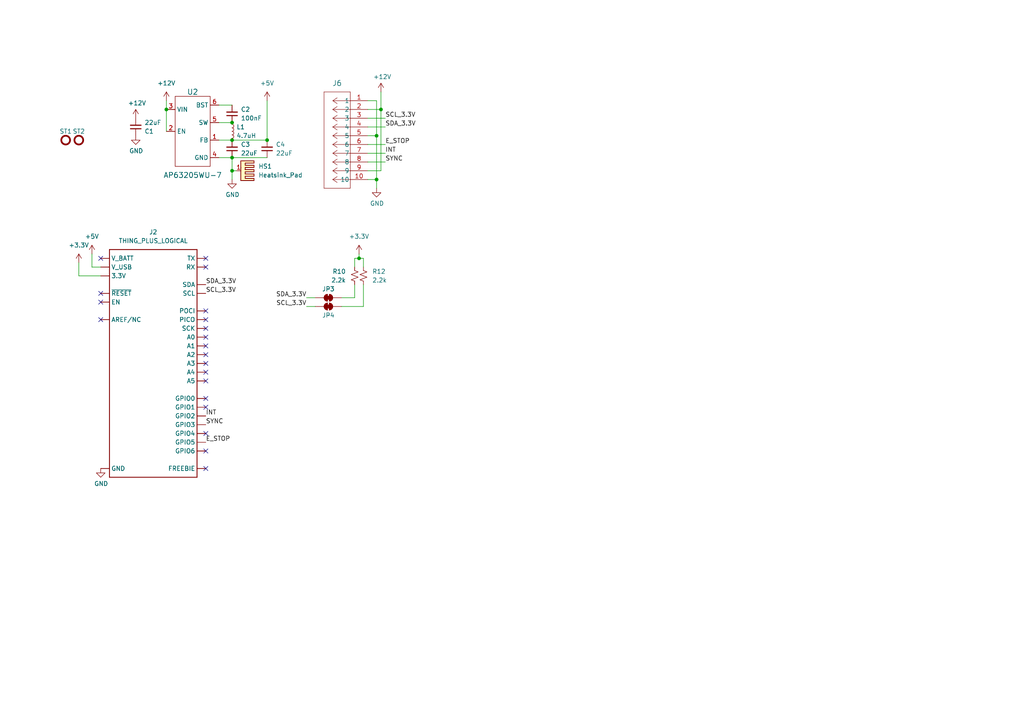
<source format=kicad_sch>
(kicad_sch (version 20230121) (generator eeschema)

  (uuid e63e39d7-6ac0-4ffd-8aa3-1841a4541b55)

  (paper "A4")

  (lib_symbols
    (symbol "Device:C_Small" (pin_numbers hide) (pin_names (offset 0.254) hide) (in_bom yes) (on_board yes)
      (property "Reference" "C" (at 0.254 1.778 0)
        (effects (font (size 1.27 1.27)) (justify left))
      )
      (property "Value" "C_Small" (at 0.254 -2.032 0)
        (effects (font (size 1.27 1.27)) (justify left))
      )
      (property "Footprint" "" (at 0 0 0)
        (effects (font (size 1.27 1.27)) hide)
      )
      (property "Datasheet" "~" (at 0 0 0)
        (effects (font (size 1.27 1.27)) hide)
      )
      (property "ki_keywords" "capacitor cap" (at 0 0 0)
        (effects (font (size 1.27 1.27)) hide)
      )
      (property "ki_description" "Unpolarized capacitor, small symbol" (at 0 0 0)
        (effects (font (size 1.27 1.27)) hide)
      )
      (property "ki_fp_filters" "C_*" (at 0 0 0)
        (effects (font (size 1.27 1.27)) hide)
      )
      (symbol "C_Small_0_1"
        (polyline
          (pts
            (xy -1.524 -0.508)
            (xy 1.524 -0.508)
          )
          (stroke (width 0.3302) (type default))
          (fill (type none))
        )
        (polyline
          (pts
            (xy -1.524 0.508)
            (xy 1.524 0.508)
          )
          (stroke (width 0.3048) (type default))
          (fill (type none))
        )
      )
      (symbol "C_Small_1_1"
        (pin passive line (at 0 2.54 270) (length 2.032)
          (name "~" (effects (font (size 1.27 1.27))))
          (number "1" (effects (font (size 1.27 1.27))))
        )
        (pin passive line (at 0 -2.54 90) (length 2.032)
          (name "~" (effects (font (size 1.27 1.27))))
          (number "2" (effects (font (size 1.27 1.27))))
        )
      )
    )
    (symbol "Device:L_Small" (pin_numbers hide) (pin_names (offset 0.254) hide) (in_bom yes) (on_board yes)
      (property "Reference" "L" (at 0.762 1.016 0)
        (effects (font (size 1.27 1.27)) (justify left))
      )
      (property "Value" "L_Small" (at 0.762 -1.016 0)
        (effects (font (size 1.27 1.27)) (justify left))
      )
      (property "Footprint" "" (at 0 0 0)
        (effects (font (size 1.27 1.27)) hide)
      )
      (property "Datasheet" "~" (at 0 0 0)
        (effects (font (size 1.27 1.27)) hide)
      )
      (property "ki_keywords" "inductor choke coil reactor magnetic" (at 0 0 0)
        (effects (font (size 1.27 1.27)) hide)
      )
      (property "ki_description" "Inductor, small symbol" (at 0 0 0)
        (effects (font (size 1.27 1.27)) hide)
      )
      (property "ki_fp_filters" "Choke_* *Coil* Inductor_* L_*" (at 0 0 0)
        (effects (font (size 1.27 1.27)) hide)
      )
      (symbol "L_Small_0_1"
        (arc (start 0 -2.032) (mid 0.5058 -1.524) (end 0 -1.016)
          (stroke (width 0) (type default))
          (fill (type none))
        )
        (arc (start 0 -1.016) (mid 0.5058 -0.508) (end 0 0)
          (stroke (width 0) (type default))
          (fill (type none))
        )
        (arc (start 0 0) (mid 0.5058 0.508) (end 0 1.016)
          (stroke (width 0) (type default))
          (fill (type none))
        )
        (arc (start 0 1.016) (mid 0.5058 1.524) (end 0 2.032)
          (stroke (width 0) (type default))
          (fill (type none))
        )
      )
      (symbol "L_Small_1_1"
        (pin passive line (at 0 2.54 270) (length 0.508)
          (name "~" (effects (font (size 1.27 1.27))))
          (number "1" (effects (font (size 1.27 1.27))))
        )
        (pin passive line (at 0 -2.54 90) (length 0.508)
          (name "~" (effects (font (size 1.27 1.27))))
          (number "2" (effects (font (size 1.27 1.27))))
        )
      )
    )
    (symbol "Device:R_Small_US" (pin_numbers hide) (pin_names (offset 0.254) hide) (in_bom yes) (on_board yes)
      (property "Reference" "R" (at 0.762 0.508 0)
        (effects (font (size 1.27 1.27)) (justify left))
      )
      (property "Value" "R_Small_US" (at 0.762 -1.016 0)
        (effects (font (size 1.27 1.27)) (justify left))
      )
      (property "Footprint" "" (at 0 0 0)
        (effects (font (size 1.27 1.27)) hide)
      )
      (property "Datasheet" "~" (at 0 0 0)
        (effects (font (size 1.27 1.27)) hide)
      )
      (property "ki_keywords" "r resistor" (at 0 0 0)
        (effects (font (size 1.27 1.27)) hide)
      )
      (property "ki_description" "Resistor, small US symbol" (at 0 0 0)
        (effects (font (size 1.27 1.27)) hide)
      )
      (property "ki_fp_filters" "R_*" (at 0 0 0)
        (effects (font (size 1.27 1.27)) hide)
      )
      (symbol "R_Small_US_1_1"
        (polyline
          (pts
            (xy 0 0)
            (xy 1.016 -0.381)
            (xy 0 -0.762)
            (xy -1.016 -1.143)
            (xy 0 -1.524)
          )
          (stroke (width 0) (type default))
          (fill (type none))
        )
        (polyline
          (pts
            (xy 0 1.524)
            (xy 1.016 1.143)
            (xy 0 0.762)
            (xy -1.016 0.381)
            (xy 0 0)
          )
          (stroke (width 0) (type default))
          (fill (type none))
        )
        (pin passive line (at 0 2.54 270) (length 1.016)
          (name "~" (effects (font (size 1.27 1.27))))
          (number "1" (effects (font (size 1.27 1.27))))
        )
        (pin passive line (at 0 -2.54 90) (length 1.016)
          (name "~" (effects (font (size 1.27 1.27))))
          (number "2" (effects (font (size 1.27 1.27))))
        )
      )
    )
    (symbol "Mechanical:Heatsink_Pad" (pin_names (offset 0)) (in_bom yes) (on_board yes)
      (property "Reference" "HS" (at 0 5.715 0)
        (effects (font (size 1.27 1.27)))
      )
      (property "Value" "Heatsink_Pad" (at 0 3.81 0)
        (effects (font (size 1.27 1.27)))
      )
      (property "Footprint" "" (at 0.3048 -1.27 0)
        (effects (font (size 1.27 1.27)) hide)
      )
      (property "Datasheet" "~" (at 0.3048 -1.27 0)
        (effects (font (size 1.27 1.27)) hide)
      )
      (property "ki_keywords" "thermal heat temperature" (at 0 0 0)
        (effects (font (size 1.27 1.27)) hide)
      )
      (property "ki_description" "Heatsink with electrical connection, 1 pin" (at 0 0 0)
        (effects (font (size 1.27 1.27)) hide)
      )
      (property "ki_fp_filters" "Heatsink_*" (at 0 0 0)
        (effects (font (size 1.27 1.27)) hide)
      )
      (symbol "Heatsink_Pad_0_1"
        (polyline
          (pts
            (xy -0.3302 0)
            (xy -0.9652 0)
            (xy -0.9652 2.54)
            (xy -1.6002 2.54)
            (xy -1.6002 0)
            (xy -2.2352 0)
            (xy -2.2352 2.54)
            (xy -2.8702 2.54)
            (xy -2.8702 -1.27)
            (xy -0.9652 -1.27)
          )
          (stroke (width 0.254) (type default))
          (fill (type background))
        )
        (polyline
          (pts
            (xy -0.3302 0)
            (xy -0.3302 2.54)
            (xy 0.3048 2.54)
            (xy 0.3048 0)
            (xy 0.9398 0)
            (xy 0.9398 2.54)
            (xy 1.5748 2.54)
            (xy 1.5748 0)
            (xy 2.2098 0)
            (xy 2.2098 2.54)
            (xy 2.8448 2.54)
            (xy 2.8448 -1.27)
            (xy -0.9652 -1.27)
          )
          (stroke (width 0.254) (type default))
          (fill (type background))
        )
      )
      (symbol "Heatsink_Pad_1_1"
        (pin passive line (at 0 -2.54 90) (length 1.27)
          (name "~" (effects (font (size 1.27 1.27))))
          (number "1" (effects (font (size 1.27 1.27))))
        )
      )
    )
    (symbol "PPPC101LGBN-RC:PPPC101LGBN-RC" (pin_names (offset 0.254)) (in_bom yes) (on_board yes)
      (property "Reference" "J" (at 8.89 6.35 0)
        (effects (font (size 1.524 1.524)))
      )
      (property "Value" "PPPC101LGBN-RC" (at 0 0 0)
        (effects (font (size 1.524 1.524)))
      )
      (property "Footprint" "CONN10_1LGBN-RC_SUL" (at 0 0 0)
        (effects (font (size 1.27 1.27) italic) hide)
      )
      (property "Datasheet" "PPPC101LGBN-RC" (at 0 0 0)
        (effects (font (size 1.27 1.27) italic) hide)
      )
      (property "ki_locked" "" (at 0 0 0)
        (effects (font (size 1.27 1.27)))
      )
      (property "ki_keywords" "PPPC101LGBN-RC" (at 0 0 0)
        (effects (font (size 1.27 1.27)) hide)
      )
      (property "ki_fp_filters" "CONN10_1LGBN-RC_SUL" (at 0 0 0)
        (effects (font (size 1.27 1.27)) hide)
      )
      (symbol "PPPC101LGBN-RC_0_1"
        (polyline
          (pts
            (xy 5.08 -25.4)
            (xy 12.7 -25.4)
          )
          (stroke (width 0.127) (type default))
          (fill (type none))
        )
        (polyline
          (pts
            (xy 5.08 2.54)
            (xy 5.08 -25.4)
          )
          (stroke (width 0.127) (type default))
          (fill (type none))
        )
        (polyline
          (pts
            (xy 10.16 -22.86)
            (xy 5.08 -22.86)
          )
          (stroke (width 0.127) (type default))
          (fill (type none))
        )
        (polyline
          (pts
            (xy 10.16 -22.86)
            (xy 8.89 -23.7067)
          )
          (stroke (width 0.127) (type default))
          (fill (type none))
        )
        (polyline
          (pts
            (xy 10.16 -22.86)
            (xy 8.89 -22.0133)
          )
          (stroke (width 0.127) (type default))
          (fill (type none))
        )
        (polyline
          (pts
            (xy 10.16 -20.32)
            (xy 5.08 -20.32)
          )
          (stroke (width 0.127) (type default))
          (fill (type none))
        )
        (polyline
          (pts
            (xy 10.16 -20.32)
            (xy 8.89 -21.1667)
          )
          (stroke (width 0.127) (type default))
          (fill (type none))
        )
        (polyline
          (pts
            (xy 10.16 -20.32)
            (xy 8.89 -19.4733)
          )
          (stroke (width 0.127) (type default))
          (fill (type none))
        )
        (polyline
          (pts
            (xy 10.16 -17.78)
            (xy 5.08 -17.78)
          )
          (stroke (width 0.127) (type default))
          (fill (type none))
        )
        (polyline
          (pts
            (xy 10.16 -17.78)
            (xy 8.89 -18.6267)
          )
          (stroke (width 0.127) (type default))
          (fill (type none))
        )
        (polyline
          (pts
            (xy 10.16 -17.78)
            (xy 8.89 -16.9333)
          )
          (stroke (width 0.127) (type default))
          (fill (type none))
        )
        (polyline
          (pts
            (xy 10.16 -15.24)
            (xy 5.08 -15.24)
          )
          (stroke (width 0.127) (type default))
          (fill (type none))
        )
        (polyline
          (pts
            (xy 10.16 -15.24)
            (xy 8.89 -16.0867)
          )
          (stroke (width 0.127) (type default))
          (fill (type none))
        )
        (polyline
          (pts
            (xy 10.16 -15.24)
            (xy 8.89 -14.3933)
          )
          (stroke (width 0.127) (type default))
          (fill (type none))
        )
        (polyline
          (pts
            (xy 10.16 -12.7)
            (xy 5.08 -12.7)
          )
          (stroke (width 0.127) (type default))
          (fill (type none))
        )
        (polyline
          (pts
            (xy 10.16 -12.7)
            (xy 8.89 -13.5467)
          )
          (stroke (width 0.127) (type default))
          (fill (type none))
        )
        (polyline
          (pts
            (xy 10.16 -12.7)
            (xy 8.89 -11.8533)
          )
          (stroke (width 0.127) (type default))
          (fill (type none))
        )
        (polyline
          (pts
            (xy 10.16 -10.16)
            (xy 5.08 -10.16)
          )
          (stroke (width 0.127) (type default))
          (fill (type none))
        )
        (polyline
          (pts
            (xy 10.16 -10.16)
            (xy 8.89 -11.0067)
          )
          (stroke (width 0.127) (type default))
          (fill (type none))
        )
        (polyline
          (pts
            (xy 10.16 -10.16)
            (xy 8.89 -9.3133)
          )
          (stroke (width 0.127) (type default))
          (fill (type none))
        )
        (polyline
          (pts
            (xy 10.16 -7.62)
            (xy 5.08 -7.62)
          )
          (stroke (width 0.127) (type default))
          (fill (type none))
        )
        (polyline
          (pts
            (xy 10.16 -7.62)
            (xy 8.89 -8.4667)
          )
          (stroke (width 0.127) (type default))
          (fill (type none))
        )
        (polyline
          (pts
            (xy 10.16 -7.62)
            (xy 8.89 -6.7733)
          )
          (stroke (width 0.127) (type default))
          (fill (type none))
        )
        (polyline
          (pts
            (xy 10.16 -5.08)
            (xy 5.08 -5.08)
          )
          (stroke (width 0.127) (type default))
          (fill (type none))
        )
        (polyline
          (pts
            (xy 10.16 -5.08)
            (xy 8.89 -5.9267)
          )
          (stroke (width 0.127) (type default))
          (fill (type none))
        )
        (polyline
          (pts
            (xy 10.16 -5.08)
            (xy 8.89 -4.2333)
          )
          (stroke (width 0.127) (type default))
          (fill (type none))
        )
        (polyline
          (pts
            (xy 10.16 -2.54)
            (xy 5.08 -2.54)
          )
          (stroke (width 0.127) (type default))
          (fill (type none))
        )
        (polyline
          (pts
            (xy 10.16 -2.54)
            (xy 8.89 -3.3867)
          )
          (stroke (width 0.127) (type default))
          (fill (type none))
        )
        (polyline
          (pts
            (xy 10.16 -2.54)
            (xy 8.89 -1.6933)
          )
          (stroke (width 0.127) (type default))
          (fill (type none))
        )
        (polyline
          (pts
            (xy 10.16 0)
            (xy 5.08 0)
          )
          (stroke (width 0.127) (type default))
          (fill (type none))
        )
        (polyline
          (pts
            (xy 10.16 0)
            (xy 8.89 -0.8467)
          )
          (stroke (width 0.127) (type default))
          (fill (type none))
        )
        (polyline
          (pts
            (xy 10.16 0)
            (xy 8.89 0.8467)
          )
          (stroke (width 0.127) (type default))
          (fill (type none))
        )
        (polyline
          (pts
            (xy 12.7 -25.4)
            (xy 12.7 2.54)
          )
          (stroke (width 0.127) (type default))
          (fill (type none))
        )
        (polyline
          (pts
            (xy 12.7 2.54)
            (xy 5.08 2.54)
          )
          (stroke (width 0.127) (type default))
          (fill (type none))
        )
        (pin unspecified line (at 0 0 0) (length 5.08)
          (name "1" (effects (font (size 1.27 1.27))))
          (number "1" (effects (font (size 1.27 1.27))))
        )
        (pin unspecified line (at 0 -22.86 0) (length 5.08)
          (name "10" (effects (font (size 1.27 1.27))))
          (number "10" (effects (font (size 1.27 1.27))))
        )
        (pin unspecified line (at 0 -2.54 0) (length 5.08)
          (name "2" (effects (font (size 1.27 1.27))))
          (number "2" (effects (font (size 1.27 1.27))))
        )
        (pin unspecified line (at 0 -5.08 0) (length 5.08)
          (name "3" (effects (font (size 1.27 1.27))))
          (number "3" (effects (font (size 1.27 1.27))))
        )
        (pin unspecified line (at 0 -7.62 0) (length 5.08)
          (name "4" (effects (font (size 1.27 1.27))))
          (number "4" (effects (font (size 1.27 1.27))))
        )
        (pin unspecified line (at 0 -10.16 0) (length 5.08)
          (name "5" (effects (font (size 1.27 1.27))))
          (number "5" (effects (font (size 1.27 1.27))))
        )
        (pin unspecified line (at 0 -12.7 0) (length 5.08)
          (name "6" (effects (font (size 1.27 1.27))))
          (number "6" (effects (font (size 1.27 1.27))))
        )
        (pin unspecified line (at 0 -15.24 0) (length 5.08)
          (name "7" (effects (font (size 1.27 1.27))))
          (number "7" (effects (font (size 1.27 1.27))))
        )
        (pin unspecified line (at 0 -17.78 0) (length 5.08)
          (name "8" (effects (font (size 1.27 1.27))))
          (number "8" (effects (font (size 1.27 1.27))))
        )
        (pin unspecified line (at 0 -20.32 0) (length 5.08)
          (name "9" (effects (font (size 1.27 1.27))))
          (number "9" (effects (font (size 1.27 1.27))))
        )
      )
    )
    (symbol "SparkFun-DiscreteSemi:AP63205" (in_bom yes) (on_board yes)
      (property "Reference" "U" (at 0 7.62 0)
        (effects (font (size 1.27 1.27)))
      )
      (property "Value" "" (at 0 0 0)
        (effects (font (size 1.27 1.27)))
      )
      (property "Footprint" "" (at 0 0 0)
        (effects (font (size 1.27 1.27)) hide)
      )
      (property "Datasheet" "" (at 0 0 0)
        (effects (font (size 1.27 1.27)) hide)
      )
      (symbol "AP63205_0_1"
        (rectangle (start -5.08 6.35) (end 5.08 -13.97)
          (stroke (width 0) (type default))
          (fill (type none))
        )
      )
      (symbol "AP63205_1_1"
        (pin input line (at 7.62 -6.35 180) (length 2.54)
          (name "FB" (effects (font (size 1.27 1.27))))
          (number "1" (effects (font (size 1.27 1.27))))
        )
        (pin input line (at -7.62 -3.81 0) (length 2.54)
          (name "EN" (effects (font (size 1.27 1.27))))
          (number "2" (effects (font (size 1.27 1.27))))
        )
        (pin input line (at -7.62 2.54 0) (length 2.54)
          (name "VIN" (effects (font (size 1.27 1.27))))
          (number "3" (effects (font (size 1.27 1.27))))
        )
        (pin input line (at 7.62 -11.43 180) (length 2.54)
          (name "GND" (effects (font (size 1.27 1.27))))
          (number "4" (effects (font (size 1.27 1.27))))
        )
        (pin input line (at 7.62 -1.27 180) (length 2.54)
          (name "SW" (effects (font (size 1.27 1.27))))
          (number "5" (effects (font (size 1.27 1.27))))
        )
        (pin input line (at 7.62 3.81 180) (length 2.54)
          (name "BST" (effects (font (size 1.27 1.27))))
          (number "6" (effects (font (size 1.27 1.27))))
        )
      )
    )
    (symbol "SparkFun-Hardware:Stand_off" (in_bom yes) (on_board yes)
      (property "Reference" "ST" (at 0 2.54 0)
        (effects (font (size 1.27 1.27)) hide)
      )
      (property "Value" "Stand_off" (at 0 -2.54 0)
        (effects (font (size 1.27 1.27)) hide)
      )
      (property "Footprint" "SparkFun-Hardware:STAND-OFF" (at 0 -5.08 0)
        (effects (font (size 1.27 1.27)) hide)
      )
      (property "Datasheet" "~" (at 0 -3.81 0)
        (effects (font (size 1.27 1.27)) hide)
      )
      (property "ki_keywords" "#4 screw stand off" (at 0 0 0)
        (effects (font (size 1.27 1.27)) hide)
      )
      (property "ki_description" "Drill holes for mechanically mounting via screws, standoffs, etc." (at 0 0 0)
        (effects (font (size 1.27 1.27)) hide)
      )
      (property "ki_fp_filters" "Fiducial*" (at 0 0 0)
        (effects (font (size 1.27 1.27)) hide)
      )
      (symbol "Stand_off_1_1"
        (circle (center 0 0) (radius 1.27)
          (stroke (width 0.508) (type default))
          (fill (type none))
        )
      )
    )
    (symbol "SparkFun-Jumper:SolderJumper_2_Bridged" (pin_numbers hide) (pin_names (offset 0) hide) (in_bom yes) (on_board yes)
      (property "Reference" "JP" (at 0 2.032 0)
        (effects (font (size 1.27 1.27)))
      )
      (property "Value" "~" (at 0 -2.54 0)
        (effects (font (size 1.27 1.27)))
      )
      (property "Footprint" "SparkFun-Jumper:SMT-JUMPER_2_NC_TRACE_SILK" (at -0.254 -4.572 0)
        (effects (font (size 1.27 1.27)) hide)
      )
      (property "Datasheet" "~" (at 0 -7.62 0)
        (effects (font (size 1.27 1.27)) hide)
      )
      (property "ki_keywords" "solder jumper SPST" (at 0 0 0)
        (effects (font (size 1.27 1.27)) hide)
      )
      (property "ki_description" "Solder Jumper, 2-pole, closed/bridged" (at 0 0 0)
        (effects (font (size 1.27 1.27)) hide)
      )
      (property "ki_fp_filters" "SolderJumper*Bridged*" (at 0 0 0)
        (effects (font (size 1.27 1.27)) hide)
      )
      (symbol "SolderJumper_2_Bridged_0_1"
        (rectangle (start -0.508 0.508) (end 0.508 -0.508)
          (stroke (width 0) (type default))
          (fill (type outline))
        )
        (arc (start -0.254 1.016) (mid -1.2656 0) (end -0.254 -1.016)
          (stroke (width 0) (type default))
          (fill (type none))
        )
        (arc (start -0.254 1.016) (mid -1.2656 0) (end -0.254 -1.016)
          (stroke (width 0) (type default))
          (fill (type outline))
        )
        (polyline
          (pts
            (xy -0.254 1.016)
            (xy -0.254 -1.016)
          )
          (stroke (width 0) (type default))
          (fill (type none))
        )
        (polyline
          (pts
            (xy 0.254 1.016)
            (xy 0.254 -1.016)
          )
          (stroke (width 0) (type default))
          (fill (type none))
        )
        (arc (start 0.254 -1.016) (mid 1.2656 0) (end 0.254 1.016)
          (stroke (width 0) (type default))
          (fill (type none))
        )
        (arc (start 0.254 -1.016) (mid 1.2656 0) (end 0.254 1.016)
          (stroke (width 0) (type default))
          (fill (type outline))
        )
      )
      (symbol "SolderJumper_2_Bridged_1_1"
        (pin passive line (at -3.81 0 0) (length 2.54)
          (name "A" (effects (font (size 1.27 1.27))))
          (number "1" (effects (font (size 1.27 1.27))))
        )
        (pin passive line (at 3.81 0 180) (length 2.54)
          (name "B" (effects (font (size 1.27 1.27))))
          (number "2" (effects (font (size 1.27 1.27))))
        )
      )
    )
    (symbol "SparkFun-RF:ESP_THING_PLUS_LOGICAL" (in_bom yes) (on_board yes)
      (property "Reference" "J" (at -10.16 35.56 0) (show_name)
        (effects (font (size 1.27 1.27)) (justify left bottom))
      )
      (property "Value" "THING_PLUS_LOGICAL" (at 0 0 0) (show_name)
        (effects (font (size 1.27 1.27)) (justify left bottom))
      )
      (property "Footprint" "SparkFun-RF:ESP_THING_PLUS" (at 0 0 0)
        (effects (font (size 1.27 1.27)) hide)
      )
      (property "Datasheet" "" (at 0 0 0)
        (effects (font (size 1.27 1.27)) hide)
      )
      (symbol "ESP_THING_PLUS_LOGICAL_1_0"
        (polyline
          (pts
            (xy -12.7 -33.02)
            (xy -12.7 33.02)
          )
          (stroke (width 0.254) (type solid))
          (fill (type none))
        )
        (polyline
          (pts
            (xy 12.7 -33.02)
            (xy -12.7 -33.02)
          )
          (stroke (width 0.254) (type solid))
          (fill (type none))
        )
        (polyline
          (pts
            (xy 12.7 -33.02)
            (xy 12.7 33.02)
          )
          (stroke (width 0.254) (type solid))
          (fill (type none))
        )
        (polyline
          (pts
            (xy 12.7 33.02)
            (xy -12.7 33.02)
          )
          (stroke (width 0.254) (type solid))
          (fill (type none))
        )
        (pin bidirectional line (at 15.24 22.86 180) (length 2.54)
          (name "SDA" (effects (font (size 1.27 1.27))))
          (number "1" (effects (font (size 0 0))))
        )
        (pin bidirectional line (at -15.24 27.94 0) (length 2.54)
          (name "V_USB" (effects (font (size 1.27 1.27))))
          (number "10" (effects (font (size 0 0))))
        )
        (pin bidirectional line (at -15.24 17.78 0) (length 2.54)
          (name "EN" (effects (font (size 1.27 1.27))))
          (number "11" (effects (font (size 0 0))))
        )
        (pin bidirectional line (at -15.24 30.48 0) (length 2.54)
          (name "V_BATT" (effects (font (size 1.27 1.27))))
          (number "12" (effects (font (size 0 0))))
        )
        (pin bidirectional line (at 15.24 -30.48 180) (length 2.54)
          (name "FREEBIE" (effects (font (size 1.27 1.27))))
          (number "13" (effects (font (size 0 0))))
        )
        (pin bidirectional line (at 15.24 30.48 180) (length 2.54)
          (name "TX" (effects (font (size 1.27 1.27))))
          (number "14" (effects (font (size 0 0))))
        )
        (pin bidirectional line (at 15.24 27.94 180) (length 2.54)
          (name "RX" (effects (font (size 1.27 1.27))))
          (number "15" (effects (font (size 0 0))))
        )
        (pin bidirectional line (at 15.24 15.24 180) (length 2.54)
          (name "POCI" (effects (font (size 1.27 1.27))))
          (number "16" (effects (font (size 0 0))))
        )
        (pin bidirectional line (at 15.24 12.7 180) (length 2.54)
          (name "PICO" (effects (font (size 1.27 1.27))))
          (number "17" (effects (font (size 0 0))))
        )
        (pin bidirectional line (at 15.24 10.16 180) (length 2.54)
          (name "SCK" (effects (font (size 1.27 1.27))))
          (number "18" (effects (font (size 0 0))))
        )
        (pin bidirectional line (at 15.24 -5.08 180) (length 2.54)
          (name "A5" (effects (font (size 1.27 1.27))))
          (number "19" (effects (font (size 0 0))))
        )
        (pin bidirectional line (at 15.24 20.32 180) (length 2.54)
          (name "SCL" (effects (font (size 1.27 1.27))))
          (number "2" (effects (font (size 0 0))))
        )
        (pin bidirectional line (at 15.24 -2.54 180) (length 2.54)
          (name "A4" (effects (font (size 1.27 1.27))))
          (number "20" (effects (font (size 0 0))))
        )
        (pin bidirectional line (at 15.24 0 180) (length 2.54)
          (name "A3" (effects (font (size 1.27 1.27))))
          (number "21" (effects (font (size 0 0))))
        )
        (pin bidirectional line (at 15.24 2.54 180) (length 2.54)
          (name "A2" (effects (font (size 1.27 1.27))))
          (number "22" (effects (font (size 0 0))))
        )
        (pin bidirectional line (at 15.24 5.08 180) (length 2.54)
          (name "A1" (effects (font (size 1.27 1.27))))
          (number "23" (effects (font (size 0 0))))
        )
        (pin bidirectional line (at 15.24 7.62 180) (length 2.54)
          (name "A0" (effects (font (size 1.27 1.27))))
          (number "24" (effects (font (size 0 0))))
        )
        (pin bidirectional line (at -15.24 -30.48 0) (length 2.54)
          (name "GND" (effects (font (size 1.27 1.27))))
          (number "25" (effects (font (size 0 0))))
        )
        (pin bidirectional line (at -15.24 12.7 0) (length 2.54)
          (name "AREF/NC" (effects (font (size 1.27 1.27))))
          (number "26" (effects (font (size 0 0))))
        )
        (pin bidirectional line (at -15.24 25.4 0) (length 2.54)
          (name "3.3V" (effects (font (size 1.27 1.27))))
          (number "27" (effects (font (size 0 0))))
        )
        (pin bidirectional line (at -15.24 20.32 0) (length 2.54)
          (name "~{RESET}" (effects (font (size 1.27 1.27))))
          (number "28" (effects (font (size 0 0))))
        )
        (pin bidirectional line (at 15.24 -25.4 180) (length 2.54)
          (name "GPIO6" (effects (font (size 1.27 1.27))))
          (number "3" (effects (font (size 0 0))))
        )
        (pin bidirectional line (at 15.24 -22.86 180) (length 2.54)
          (name "GPIO5" (effects (font (size 1.27 1.27))))
          (number "4" (effects (font (size 0 0))))
        )
        (pin bidirectional line (at 15.24 -20.32 180) (length 2.54)
          (name "GPIO4" (effects (font (size 1.27 1.27))))
          (number "5" (effects (font (size 0 0))))
        )
        (pin bidirectional line (at 15.24 -17.78 180) (length 2.54)
          (name "GPIO3" (effects (font (size 1.27 1.27))))
          (number "6" (effects (font (size 0 0))))
        )
        (pin bidirectional line (at 15.24 -15.24 180) (length 2.54)
          (name "GPIO2" (effects (font (size 1.27 1.27))))
          (number "7" (effects (font (size 0 0))))
        )
        (pin bidirectional line (at 15.24 -12.7 180) (length 2.54)
          (name "GPIO1" (effects (font (size 1.27 1.27))))
          (number "8" (effects (font (size 0 0))))
        )
        (pin bidirectional line (at 15.24 -10.16 180) (length 2.54)
          (name "GPIO0" (effects (font (size 1.27 1.27))))
          (number "9" (effects (font (size 0 0))))
        )
      )
    )
    (symbol "power:+12V" (power) (pin_names (offset 0)) (in_bom yes) (on_board yes)
      (property "Reference" "#PWR" (at 0 -3.81 0)
        (effects (font (size 1.27 1.27)) hide)
      )
      (property "Value" "+12V" (at 0 3.556 0)
        (effects (font (size 1.27 1.27)))
      )
      (property "Footprint" "" (at 0 0 0)
        (effects (font (size 1.27 1.27)) hide)
      )
      (property "Datasheet" "" (at 0 0 0)
        (effects (font (size 1.27 1.27)) hide)
      )
      (property "ki_keywords" "global power" (at 0 0 0)
        (effects (font (size 1.27 1.27)) hide)
      )
      (property "ki_description" "Power symbol creates a global label with name \"+12V\"" (at 0 0 0)
        (effects (font (size 1.27 1.27)) hide)
      )
      (symbol "+12V_0_1"
        (polyline
          (pts
            (xy -0.762 1.27)
            (xy 0 2.54)
          )
          (stroke (width 0) (type default))
          (fill (type none))
        )
        (polyline
          (pts
            (xy 0 0)
            (xy 0 2.54)
          )
          (stroke (width 0) (type default))
          (fill (type none))
        )
        (polyline
          (pts
            (xy 0 2.54)
            (xy 0.762 1.27)
          )
          (stroke (width 0) (type default))
          (fill (type none))
        )
      )
      (symbol "+12V_1_1"
        (pin power_in line (at 0 0 90) (length 0) hide
          (name "+12V" (effects (font (size 1.27 1.27))))
          (number "1" (effects (font (size 1.27 1.27))))
        )
      )
    )
    (symbol "power:+3.3V" (power) (pin_names (offset 0)) (in_bom yes) (on_board yes)
      (property "Reference" "#PWR" (at 0 -3.81 0)
        (effects (font (size 1.27 1.27)) hide)
      )
      (property "Value" "+3.3V" (at 0 3.556 0)
        (effects (font (size 1.27 1.27)))
      )
      (property "Footprint" "" (at 0 0 0)
        (effects (font (size 1.27 1.27)) hide)
      )
      (property "Datasheet" "" (at 0 0 0)
        (effects (font (size 1.27 1.27)) hide)
      )
      (property "ki_keywords" "global power" (at 0 0 0)
        (effects (font (size 1.27 1.27)) hide)
      )
      (property "ki_description" "Power symbol creates a global label with name \"+3.3V\"" (at 0 0 0)
        (effects (font (size 1.27 1.27)) hide)
      )
      (symbol "+3.3V_0_1"
        (polyline
          (pts
            (xy -0.762 1.27)
            (xy 0 2.54)
          )
          (stroke (width 0) (type default))
          (fill (type none))
        )
        (polyline
          (pts
            (xy 0 0)
            (xy 0 2.54)
          )
          (stroke (width 0) (type default))
          (fill (type none))
        )
        (polyline
          (pts
            (xy 0 2.54)
            (xy 0.762 1.27)
          )
          (stroke (width 0) (type default))
          (fill (type none))
        )
      )
      (symbol "+3.3V_1_1"
        (pin power_in line (at 0 0 90) (length 0) hide
          (name "+3.3V" (effects (font (size 1.27 1.27))))
          (number "1" (effects (font (size 1.27 1.27))))
        )
      )
    )
    (symbol "power:+5V" (power) (pin_names (offset 0)) (in_bom yes) (on_board yes)
      (property "Reference" "#PWR" (at 0 -3.81 0)
        (effects (font (size 1.27 1.27)) hide)
      )
      (property "Value" "+5V" (at 0 3.556 0)
        (effects (font (size 1.27 1.27)))
      )
      (property "Footprint" "" (at 0 0 0)
        (effects (font (size 1.27 1.27)) hide)
      )
      (property "Datasheet" "" (at 0 0 0)
        (effects (font (size 1.27 1.27)) hide)
      )
      (property "ki_keywords" "global power" (at 0 0 0)
        (effects (font (size 1.27 1.27)) hide)
      )
      (property "ki_description" "Power symbol creates a global label with name \"+5V\"" (at 0 0 0)
        (effects (font (size 1.27 1.27)) hide)
      )
      (symbol "+5V_0_1"
        (polyline
          (pts
            (xy -0.762 1.27)
            (xy 0 2.54)
          )
          (stroke (width 0) (type default))
          (fill (type none))
        )
        (polyline
          (pts
            (xy 0 0)
            (xy 0 2.54)
          )
          (stroke (width 0) (type default))
          (fill (type none))
        )
        (polyline
          (pts
            (xy 0 2.54)
            (xy 0.762 1.27)
          )
          (stroke (width 0) (type default))
          (fill (type none))
        )
      )
      (symbol "+5V_1_1"
        (pin power_in line (at 0 0 90) (length 0) hide
          (name "+5V" (effects (font (size 1.27 1.27))))
          (number "1" (effects (font (size 1.27 1.27))))
        )
      )
    )
    (symbol "power:GND" (power) (pin_names (offset 0)) (in_bom yes) (on_board yes)
      (property "Reference" "#PWR" (at 0 -6.35 0)
        (effects (font (size 1.27 1.27)) hide)
      )
      (property "Value" "GND" (at 0 -3.81 0)
        (effects (font (size 1.27 1.27)))
      )
      (property "Footprint" "" (at 0 0 0)
        (effects (font (size 1.27 1.27)) hide)
      )
      (property "Datasheet" "" (at 0 0 0)
        (effects (font (size 1.27 1.27)) hide)
      )
      (property "ki_keywords" "global power" (at 0 0 0)
        (effects (font (size 1.27 1.27)) hide)
      )
      (property "ki_description" "Power symbol creates a global label with name \"GND\" , ground" (at 0 0 0)
        (effects (font (size 1.27 1.27)) hide)
      )
      (symbol "GND_0_1"
        (polyline
          (pts
            (xy 0 0)
            (xy 0 -1.27)
            (xy 1.27 -1.27)
            (xy 0 -2.54)
            (xy -1.27 -1.27)
            (xy 0 -1.27)
          )
          (stroke (width 0) (type default))
          (fill (type none))
        )
      )
      (symbol "GND_1_1"
        (pin power_in line (at 0 0 270) (length 0) hide
          (name "GND" (effects (font (size 1.27 1.27))))
          (number "1" (effects (font (size 1.27 1.27))))
        )
      )
    )
  )

  (junction (at 110.49 31.75) (diameter 0) (color 0 0 0 0)
    (uuid 26ac697d-b366-4707-b6a2-025df374518e)
  )
  (junction (at 48.26 31.75) (diameter 0) (color 0 0 0 0)
    (uuid 5571619a-1c31-4441-8f47-d93dba4f2a7d)
  )
  (junction (at 67.31 49.53) (diameter 0) (color 0 0 0 0)
    (uuid 7439941b-d541-4ef9-9f8c-25c7858f4071)
  )
  (junction (at 67.31 40.64) (diameter 0) (color 0 0 0 0)
    (uuid 837fa3c3-0e5f-4e09-b199-85d075c96bf9)
  )
  (junction (at 67.31 45.72) (diameter 0) (color 0 0 0 0)
    (uuid 9a67894c-a318-4baa-bf99-717659fba16e)
  )
  (junction (at 67.31 35.56) (diameter 0) (color 0 0 0 0)
    (uuid aec4b889-20aa-4599-b8c5-c48b43a3979e)
  )
  (junction (at 104.14 74.93) (diameter 0) (color 0 0 0 0)
    (uuid af9d4504-7618-4f53-86ea-4955aff1f0c7)
  )
  (junction (at 109.22 52.07) (diameter 0) (color 0 0 0 0)
    (uuid c70e62da-ce44-443c-aec0-00faf47a0224)
  )
  (junction (at 77.47 40.64) (diameter 0) (color 0 0 0 0)
    (uuid d7b65e74-aa62-4c38-9859-cf3ce76cf94a)
  )
  (junction (at 109.22 39.37) (diameter 0) (color 0 0 0 0)
    (uuid f839b187-c673-49e4-bbc4-78d387046f7d)
  )

  (no_connect (at 59.69 77.47) (uuid 11294d7d-e606-4305-96fc-11c26d6a442a))
  (no_connect (at 59.69 102.87) (uuid 170c7215-54da-49ee-b8d5-20345ca1be48))
  (no_connect (at 59.69 107.95) (uuid 27ea9bad-1dc6-497e-bb52-d88c4601137f))
  (no_connect (at 59.69 97.79) (uuid 290bcef5-aed4-4edf-bf2f-752e8a26b40a))
  (no_connect (at 59.69 118.11) (uuid 3cfb5fbe-d8f8-450e-9cb9-978b6f12a0fa))
  (no_connect (at 59.69 110.49) (uuid 3f942464-c70d-4787-ab5d-f3e9f560e31a))
  (no_connect (at 59.69 115.57) (uuid 4991e92c-66fc-4c66-b442-4e657cef24fa))
  (no_connect (at 59.69 90.17) (uuid 5104456c-acd8-4bb4-99a6-46fef773d404))
  (no_connect (at 29.21 87.63) (uuid 5d90c204-a636-47af-b650-48c93717c868))
  (no_connect (at 29.21 92.71) (uuid 5df473ca-45f8-4731-971a-8d2005f4fa48))
  (no_connect (at 59.69 105.41) (uuid 78b5736d-494c-4a95-ad22-406317bce72e))
  (no_connect (at 59.69 95.25) (uuid 7a5a2b8d-2edc-42c3-b5d8-bc6e8ffd64e7))
  (no_connect (at 59.69 100.33) (uuid 84ac9811-1726-46a5-942a-8b35e1b4c0f6))
  (no_connect (at 29.21 85.09) (uuid c7bf853e-5668-4ece-b22d-08b8be2f1745))
  (no_connect (at 59.69 130.81) (uuid d4eec895-0d64-4c23-a844-eed570a0f3be))
  (no_connect (at 59.69 125.73) (uuid e52ee0a2-adf9-4d4c-96f0-7802ed1bf6dc))
  (no_connect (at 29.21 74.93) (uuid ed401e70-ee1c-48d5-9a85-f40e7fcc36f2))
  (no_connect (at 59.69 74.93) (uuid ed4bd093-afaa-44e9-b43f-65b73a29dfb1))
  (no_connect (at 59.69 92.71) (uuid f1d30f63-cfe7-4828-9ef9-a5c9a70e0945))
  (no_connect (at 59.69 135.89) (uuid f6764ac9-3c73-4ea2-9f34-34f6aad4d14e))

  (wire (pts (xy 106.68 41.91) (xy 111.76 41.91))
    (stroke (width 0) (type default))
    (uuid 028fcea3-9c64-490f-82d9-a01f09a5a8b2)
  )
  (wire (pts (xy 104.14 73.66) (xy 104.14 74.93))
    (stroke (width 0) (type default))
    (uuid 036fdb05-21bc-4823-8069-6bbf22afc20f)
  )
  (wire (pts (xy 48.26 31.75) (xy 48.26 38.1))
    (stroke (width 0) (type default))
    (uuid 04387340-235e-40ee-9325-48ae625366d0)
  )
  (wire (pts (xy 104.14 74.93) (xy 105.41 74.93))
    (stroke (width 0) (type default))
    (uuid 0585f623-3aed-4b13-879f-a7bd8f6c0892)
  )
  (wire (pts (xy 88.9 86.36) (xy 91.44 86.36))
    (stroke (width 0) (type default))
    (uuid 0a048486-b66a-4623-8069-3cebfc6f9316)
  )
  (wire (pts (xy 109.22 39.37) (xy 109.22 52.07))
    (stroke (width 0) (type default))
    (uuid 0f2afe6f-379f-47d0-8092-8701609ee4a6)
  )
  (wire (pts (xy 26.67 77.47) (xy 29.21 77.47))
    (stroke (width 0) (type default))
    (uuid 1a380dc0-2597-463a-a9bb-22024847473a)
  )
  (wire (pts (xy 106.68 46.99) (xy 111.76 46.99))
    (stroke (width 0) (type default))
    (uuid 1cb90ce4-cf2a-4f56-afc5-1a491c09cd7f)
  )
  (wire (pts (xy 102.87 74.93) (xy 104.14 74.93))
    (stroke (width 0) (type default))
    (uuid 1d731986-7d60-4d04-a202-328c974fbdf1)
  )
  (wire (pts (xy 67.31 49.53) (xy 67.31 45.72))
    (stroke (width 0) (type default))
    (uuid 1e9fe1c5-f4f4-4b77-97ae-0133577ef120)
  )
  (wire (pts (xy 102.87 77.47) (xy 102.87 74.93))
    (stroke (width 0) (type default))
    (uuid 2e7a4ed5-d9df-4d31-868d-8ba6b38a777f)
  )
  (wire (pts (xy 106.68 39.37) (xy 109.22 39.37))
    (stroke (width 0) (type default))
    (uuid 3094a61a-f01e-49f0-9a23-7265c09394f7)
  )
  (wire (pts (xy 67.31 49.53) (xy 67.31 52.07))
    (stroke (width 0) (type default))
    (uuid 38db6cf9-5869-4ef6-ac94-9c84807a8a57)
  )
  (wire (pts (xy 22.86 80.01) (xy 29.21 80.01))
    (stroke (width 0) (type default))
    (uuid 44e2d69e-7539-4f8c-a888-f7cce9919278)
  )
  (wire (pts (xy 109.22 39.37) (xy 109.22 29.21))
    (stroke (width 0) (type default))
    (uuid 46f866c7-6ecf-4244-ad04-ec5900e05e6f)
  )
  (wire (pts (xy 109.22 52.07) (xy 109.22 54.61))
    (stroke (width 0) (type default))
    (uuid 51ba67bb-898f-42a5-bf53-dee7a2de7f65)
  )
  (wire (pts (xy 105.41 74.93) (xy 105.41 77.47))
    (stroke (width 0) (type default))
    (uuid 6230d605-08d7-4150-8bf9-450a96c4e31f)
  )
  (wire (pts (xy 105.41 88.9) (xy 105.41 82.55))
    (stroke (width 0) (type default))
    (uuid 68a43fcf-158a-4d7d-aaec-c2c386d79e42)
  )
  (wire (pts (xy 106.68 49.53) (xy 110.49 49.53))
    (stroke (width 0) (type default))
    (uuid 6da909da-367f-4ee5-89da-f7e1ab6d4216)
  )
  (wire (pts (xy 106.68 36.83) (xy 111.76 36.83))
    (stroke (width 0) (type default))
    (uuid 7098297a-faef-433c-9d4a-4f5710a68e15)
  )
  (wire (pts (xy 109.22 29.21) (xy 106.68 29.21))
    (stroke (width 0) (type default))
    (uuid 76488d69-e714-4cca-847b-80efad2d6297)
  )
  (wire (pts (xy 26.67 73.66) (xy 26.67 77.47))
    (stroke (width 0) (type default))
    (uuid 76830636-fb1a-42ec-8b74-fa832a26f6e2)
  )
  (wire (pts (xy 48.26 29.21) (xy 48.26 31.75))
    (stroke (width 0) (type default))
    (uuid 777b2476-8c95-4d03-953c-159f798921f6)
  )
  (wire (pts (xy 110.49 26.67) (xy 110.49 31.75))
    (stroke (width 0) (type default))
    (uuid 7f553c64-8956-4dbc-8211-6243f69be857)
  )
  (wire (pts (xy 63.5 40.64) (xy 67.31 40.64))
    (stroke (width 0) (type default))
    (uuid 846b3cfc-2548-4238-aa86-a20bbab8009a)
  )
  (wire (pts (xy 110.49 49.53) (xy 110.49 31.75))
    (stroke (width 0) (type default))
    (uuid 88c431cc-2491-4105-bd36-c8a58898c17e)
  )
  (wire (pts (xy 63.5 30.48) (xy 67.31 30.48))
    (stroke (width 0) (type default))
    (uuid a7bbbfd2-5300-4eff-b2e3-c996e2505718)
  )
  (wire (pts (xy 22.86 76.2) (xy 22.86 80.01))
    (stroke (width 0) (type default))
    (uuid acd3db0a-cef7-403b-9083-6b98085b2c1d)
  )
  (wire (pts (xy 106.68 34.29) (xy 111.76 34.29))
    (stroke (width 0) (type default))
    (uuid b0fabf28-a1b7-4d86-a06c-6a42af142cbd)
  )
  (wire (pts (xy 99.06 88.9) (xy 105.41 88.9))
    (stroke (width 0) (type default))
    (uuid c28fbeff-ef61-4156-a6fd-8398289cf365)
  )
  (wire (pts (xy 63.5 45.72) (xy 67.31 45.72))
    (stroke (width 0) (type default))
    (uuid c5919afd-7f5f-4966-b8b2-f879fc4b2a4b)
  )
  (wire (pts (xy 67.31 40.64) (xy 77.47 40.64))
    (stroke (width 0) (type default))
    (uuid c8a80a1c-adbd-43e0-a5f0-cf790b9803be)
  )
  (wire (pts (xy 63.5 35.56) (xy 67.31 35.56))
    (stroke (width 0) (type default))
    (uuid ce9aadc3-ce68-4b5c-8a2c-bf751bd659f1)
  )
  (wire (pts (xy 77.47 40.64) (xy 77.47 29.21))
    (stroke (width 0) (type default))
    (uuid cefef1b8-5361-4ced-83e6-15ff9af59d54)
  )
  (wire (pts (xy 106.68 31.75) (xy 110.49 31.75))
    (stroke (width 0) (type default))
    (uuid d20e502c-8e0d-411e-9dfd-849286d6f8b1)
  )
  (wire (pts (xy 88.9 88.9) (xy 91.44 88.9))
    (stroke (width 0) (type default))
    (uuid dfba25aa-c688-4f5b-afb2-bd32292d618d)
  )
  (wire (pts (xy 99.06 86.36) (xy 102.87 86.36))
    (stroke (width 0) (type default))
    (uuid e0c5f421-f66f-494f-b3c2-ad50ee3de58a)
  )
  (wire (pts (xy 68.58 49.53) (xy 67.31 49.53))
    (stroke (width 0) (type default))
    (uuid e1157ca2-7b48-4ec3-a3fb-430162865088)
  )
  (wire (pts (xy 67.31 45.72) (xy 77.47 45.72))
    (stroke (width 0) (type default))
    (uuid e4ef184e-c788-4599-a552-0127cd955c4a)
  )
  (wire (pts (xy 102.87 86.36) (xy 102.87 82.55))
    (stroke (width 0) (type default))
    (uuid e61b595c-648a-4804-bae1-7c068615e622)
  )
  (wire (pts (xy 106.68 52.07) (xy 109.22 52.07))
    (stroke (width 0) (type default))
    (uuid f7bfa9ad-ca26-4c39-8a4d-7d5a5fc824c7)
  )
  (wire (pts (xy 106.68 44.45) (xy 111.76 44.45))
    (stroke (width 0) (type default))
    (uuid fe94c500-4723-4940-b5d8-70f2101badee)
  )

  (label "SCL_3.3V" (at 111.76 34.29 0) (fields_autoplaced)
    (effects (font (size 1.27 1.27)) (justify left bottom))
    (uuid 29b3c04a-fd38-43d3-902f-b3a049b901f3)
  )
  (label "SDA_3.3V" (at 111.76 36.83 0) (fields_autoplaced)
    (effects (font (size 1.27 1.27)) (justify left bottom))
    (uuid 2e63d350-fd55-44c7-b6d0-4b357c0cdf39)
  )
  (label "E_STOP" (at 111.76 41.91 0) (fields_autoplaced)
    (effects (font (size 1.27 1.27)) (justify left bottom))
    (uuid 3a01da5c-599e-4810-85ad-4f3835022b83)
  )
  (label "SDA_3.3V" (at 59.69 82.55 0) (fields_autoplaced)
    (effects (font (size 1.27 1.27)) (justify left bottom))
    (uuid 6bd27034-980c-4e15-ab14-f8b743ee51e2)
  )
  (label "E_STOP" (at 59.69 128.27 0) (fields_autoplaced)
    (effects (font (size 1.27 1.27)) (justify left bottom))
    (uuid 76c6e8ee-067d-4ccb-ab18-311909ac6de8)
  )
  (label "SCL_3.3V" (at 59.69 85.09 0) (fields_autoplaced)
    (effects (font (size 1.27 1.27)) (justify left bottom))
    (uuid 7f114237-b84c-42b6-b8c1-3a64284a1448)
  )
  (label "INT" (at 59.69 120.65 0) (fields_autoplaced)
    (effects (font (size 1.27 1.27)) (justify left bottom))
    (uuid a46121f5-66b2-4e69-9182-aff76e203c96)
  )
  (label "SDA_3.3V" (at 88.9 86.36 180) (fields_autoplaced)
    (effects (font (size 1.27 1.27)) (justify right bottom))
    (uuid d12df33e-7460-48ad-ab77-adf074986144)
  )
  (label "INT" (at 111.76 44.45 0) (fields_autoplaced)
    (effects (font (size 1.27 1.27)) (justify left bottom))
    (uuid e5a42959-442d-48a6-a000-603d12a56916)
  )
  (label "SCL_3.3V" (at 88.9 88.9 180) (fields_autoplaced)
    (effects (font (size 1.27 1.27)) (justify right bottom))
    (uuid ea558089-ca13-4a37-9897-ac2d1bdc9d25)
  )
  (label "SYNC" (at 111.76 46.99 0) (fields_autoplaced)
    (effects (font (size 1.27 1.27)) (justify left bottom))
    (uuid ed89a579-ec3d-4635-913e-9d1ab25e7f88)
  )
  (label "SYNC" (at 59.69 123.19 0) (fields_autoplaced)
    (effects (font (size 1.27 1.27)) (justify left bottom))
    (uuid f8cf3227-a830-4d04-a434-202e0832d35f)
  )

  (symbol (lib_id "power:GND") (at 39.37 39.37 0) (unit 1)
    (in_bom yes) (on_board yes) (dnp no)
    (uuid 0f2d7d35-1422-4bcf-96ff-3bb7da536652)
    (property "Reference" "#PWR04" (at 39.37 45.72 0)
      (effects (font (size 1.27 1.27)) hide)
    )
    (property "Value" "GND" (at 39.497 43.7642 0)
      (effects (font (size 1.27 1.27)))
    )
    (property "Footprint" "" (at 39.37 39.37 0)
      (effects (font (size 1.27 1.27)) hide)
    )
    (property "Datasheet" "" (at 39.37 39.37 0)
      (effects (font (size 1.27 1.27)) hide)
    )
    (pin "1" (uuid 6ba75a44-772d-4333-abba-7e3890a6c020))
    (instances
      (project "BREAD_Slice"
        (path "/66043bca-a260-4915-9fce-8a51d324c687"
          (reference "#PWR04") (unit 1)
        )
      )
      (project "BREAD_Loaf"
        (path "/e63e39d7-6ac0-4ffd-8aa3-1841a4541b55"
          (reference "#PWR07") (unit 1)
        )
      )
    )
  )

  (symbol (lib_id "Mechanical:Heatsink_Pad") (at 71.12 49.53 270) (unit 1)
    (in_bom yes) (on_board yes) (dnp no) (fields_autoplaced)
    (uuid 18f92b01-065c-4922-a28e-aa6633edee97)
    (property "Reference" "HS1" (at 74.93 48.2473 90)
      (effects (font (size 1.27 1.27)) (justify left))
    )
    (property "Value" "Heatsink_Pad" (at 74.93 50.7873 90)
      (effects (font (size 1.27 1.27)) (justify left))
    )
    (property "Footprint" "SparkFun-Fuse:Thermal Pad" (at 69.85 49.8348 0)
      (effects (font (size 1.27 1.27)) hide)
    )
    (property "Datasheet" "~" (at 69.85 49.8348 0)
      (effects (font (size 1.27 1.27)) hide)
    )
    (pin "1" (uuid f514d7bf-49b4-496b-806c-3dc0b7a979b0))
    (instances
      (project "BREAD_Loaf"
        (path "/e63e39d7-6ac0-4ffd-8aa3-1841a4541b55"
          (reference "HS1") (unit 1)
        )
      )
    )
  )

  (symbol (lib_id "Device:C_Small") (at 39.37 36.83 0) (mirror x) (unit 1)
    (in_bom yes) (on_board yes) (dnp no)
    (uuid 1d56a2d5-0a2b-4165-ae7b-00150f8f02f1)
    (property "Reference" "C1" (at 41.91 38.0937 0)
      (effects (font (size 1.27 1.27)) (justify left))
    )
    (property "Value" "22uF" (at 41.91 35.5537 0)
      (effects (font (size 1.27 1.27)) (justify left))
    )
    (property "Footprint" "Capacitor_SMD:C_1206_3216Metric" (at 39.37 36.83 0)
      (effects (font (size 1.27 1.27)) hide)
    )
    (property "Datasheet" "~" (at 39.37 36.83 0)
      (effects (font (size 1.27 1.27)) hide)
    )
    (pin "1" (uuid ad3f9a34-a536-4f23-b876-8a6bac01c0fe))
    (pin "2" (uuid 0ec52e38-e677-48b8-8906-0beb4d584c12))
    (instances
      (project "BREAD_Slice"
        (path "/66043bca-a260-4915-9fce-8a51d324c687"
          (reference "C1") (unit 1)
        )
      )
      (project "BREAD_Loaf"
        (path "/e63e39d7-6ac0-4ffd-8aa3-1841a4541b55"
          (reference "C1") (unit 1)
        )
      )
      (project "Ingredients"
        (path "/f365b6a7-e6ac-433f-bafa-d173330fa0b6"
          (reference "C4") (unit 1)
        )
      )
    )
  )

  (symbol (lib_id "SparkFun-Jumper:SolderJumper_2_Bridged") (at 95.25 88.9 0) (mirror y) (unit 1)
    (in_bom yes) (on_board yes) (dnp no)
    (uuid 237fa89e-9ebd-4cf5-89d4-09be789ba2eb)
    (property "Reference" "JP4" (at 95.25 91.44 0)
      (effects (font (size 1.27 1.27)))
    )
    (property "Value" "~" (at 95.25 91.44 0)
      (effects (font (size 1.27 1.27)))
    )
    (property "Footprint" "SparkFun-Jumper:SMT-JUMPER_2_NC_TRACE_SILK" (at 95.504 93.472 0)
      (effects (font (size 1.27 1.27)) hide)
    )
    (property "Datasheet" "~" (at 95.25 96.52 0)
      (effects (font (size 1.27 1.27)) hide)
    )
    (pin "2" (uuid 110b2f51-7460-482b-a427-fbee79dc15ff))
    (pin "1" (uuid ad61c850-e124-405c-9871-23fbe32eb547))
    (instances
      (project "BREAD_Loaf"
        (path "/e63e39d7-6ac0-4ffd-8aa3-1841a4541b55"
          (reference "JP4") (unit 1)
        )
      )
    )
  )

  (symbol (lib_id "Device:L_Small") (at 67.31 38.1 0) (unit 1)
    (in_bom yes) (on_board yes) (dnp no) (fields_autoplaced)
    (uuid 2b651a8d-83a6-4e0b-8963-df0cf0fe62c4)
    (property "Reference" "L1" (at 68.58 36.83 0)
      (effects (font (size 1.27 1.27)) (justify left))
    )
    (property "Value" "4.7uH" (at 68.58 39.37 0)
      (effects (font (size 1.27 1.27)) (justify left))
    )
    (property "Footprint" "Inductor_SMD:L_1210_3225Metric" (at 67.31 38.1 0)
      (effects (font (size 1.27 1.27)) hide)
    )
    (property "Datasheet" "~" (at 67.31 38.1 0)
      (effects (font (size 1.27 1.27)) hide)
    )
    (pin "1" (uuid 0df2b39f-1288-45be-8f87-2f1def4b3e36))
    (pin "2" (uuid e4f443d2-3696-48cd-a286-6ed925fe910c))
    (instances
      (project "BREAD_Slice"
        (path "/66043bca-a260-4915-9fce-8a51d324c687"
          (reference "L1") (unit 1)
        )
      )
      (project "BREAD_Loaf"
        (path "/e63e39d7-6ac0-4ffd-8aa3-1841a4541b55"
          (reference "L1") (unit 1)
        )
      )
      (project "Ingredients"
        (path "/f365b6a7-e6ac-433f-bafa-d173330fa0b6"
          (reference "L1") (unit 1)
        )
      )
    )
  )

  (symbol (lib_id "power:+3.3V") (at 104.14 73.66 0) (unit 1)
    (in_bom yes) (on_board yes) (dnp no) (fields_autoplaced)
    (uuid 34b0a476-3f22-4cca-97ed-5747d9591e62)
    (property "Reference" "#PWR021" (at 104.14 77.47 0)
      (effects (font (size 1.27 1.27)) hide)
    )
    (property "Value" "+3.3V" (at 104.14 68.58 0)
      (effects (font (size 1.27 1.27)))
    )
    (property "Footprint" "" (at 104.14 73.66 0)
      (effects (font (size 1.27 1.27)) hide)
    )
    (property "Datasheet" "" (at 104.14 73.66 0)
      (effects (font (size 1.27 1.27)) hide)
    )
    (pin "1" (uuid 383feec5-cc9f-4cd0-8d83-87bfa640ca72))
    (instances
      (project "BREAD_Loaf"
        (path "/e63e39d7-6ac0-4ffd-8aa3-1841a4541b55"
          (reference "#PWR021") (unit 1)
        )
      )
      (project "Ingredients"
        (path "/f365b6a7-e6ac-433f-bafa-d173330fa0b6"
          (reference "#PWR018") (unit 1)
        )
      )
    )
  )

  (symbol (lib_id "power:GND") (at 67.31 52.07 0) (unit 1)
    (in_bom yes) (on_board yes) (dnp no)
    (uuid 3eae8094-493e-4436-a73e-f074dbf1b565)
    (property "Reference" "#PWR05" (at 67.31 58.42 0)
      (effects (font (size 1.27 1.27)) hide)
    )
    (property "Value" "GND" (at 67.437 56.4642 0)
      (effects (font (size 1.27 1.27)))
    )
    (property "Footprint" "" (at 67.31 52.07 0)
      (effects (font (size 1.27 1.27)) hide)
    )
    (property "Datasheet" "" (at 67.31 52.07 0)
      (effects (font (size 1.27 1.27)) hide)
    )
    (pin "1" (uuid 6d5176df-687b-4940-98eb-12cbdcd6ea08))
    (instances
      (project "BREAD_Slice"
        (path "/66043bca-a260-4915-9fce-8a51d324c687"
          (reference "#PWR05") (unit 1)
        )
      )
      (project "BREAD_Loaf"
        (path "/e63e39d7-6ac0-4ffd-8aa3-1841a4541b55"
          (reference "#PWR09") (unit 1)
        )
      )
    )
  )

  (symbol (lib_id "Device:R_Small_US") (at 105.41 80.01 0) (unit 1)
    (in_bom yes) (on_board yes) (dnp no) (fields_autoplaced)
    (uuid 530b255c-1e1a-4e8f-972b-f036393bd352)
    (property "Reference" "R12" (at 107.95 78.74 0)
      (effects (font (size 1.27 1.27)) (justify left))
    )
    (property "Value" "2.2k" (at 107.95 81.28 0)
      (effects (font (size 1.27 1.27)) (justify left))
    )
    (property "Footprint" "Resistor_SMD:R_0603_1608Metric" (at 105.41 80.01 0)
      (effects (font (size 1.27 1.27)) hide)
    )
    (property "Datasheet" "~" (at 105.41 80.01 0)
      (effects (font (size 1.27 1.27)) hide)
    )
    (pin "2" (uuid d66b5eac-a64c-42f6-b01a-6bd44fc0e923))
    (pin "1" (uuid e6f60224-8055-475a-869b-be0e6ba0059f))
    (instances
      (project "BREAD_Loaf"
        (path "/e63e39d7-6ac0-4ffd-8aa3-1841a4541b55"
          (reference "R12") (unit 1)
        )
      )
    )
  )

  (symbol (lib_id "power:GND") (at 29.21 135.89 0) (unit 1)
    (in_bom yes) (on_board yes) (dnp no)
    (uuid 57f7da37-feb5-436e-8f02-cd1e7687a49c)
    (property "Reference" "#PWR06" (at 29.21 142.24 0)
      (effects (font (size 1.27 1.27)) hide)
    )
    (property "Value" "GND" (at 29.337 140.2842 0)
      (effects (font (size 1.27 1.27)))
    )
    (property "Footprint" "" (at 29.21 135.89 0)
      (effects (font (size 1.27 1.27)) hide)
    )
    (property "Datasheet" "" (at 29.21 135.89 0)
      (effects (font (size 1.27 1.27)) hide)
    )
    (pin "1" (uuid bb5d9cd7-7da0-4a10-85ca-5e414a8ec6c0))
    (instances
      (project "BREAD_Slice"
        (path "/3934cdea-42c8-4ab1-b1be-2c4978ab08ae"
          (reference "#PWR06") (unit 1)
        )
      )
      (project "BREAD_Loaf"
        (path "/e63e39d7-6ac0-4ffd-8aa3-1841a4541b55"
          (reference "#PWR03") (unit 1)
        )
      )
      (project "Ingredients"
        (path "/f365b6a7-e6ac-433f-bafa-d173330fa0b6"
          (reference "#PWR016") (unit 1)
        )
      )
    )
  )

  (symbol (lib_id "Device:C_Small") (at 77.47 43.18 180) (unit 1)
    (in_bom yes) (on_board yes) (dnp no) (fields_autoplaced)
    (uuid 5e63eda1-f4d2-4474-9f59-7223fff30a2d)
    (property "Reference" "C4" (at 80.01 41.9036 0)
      (effects (font (size 1.27 1.27)) (justify right))
    )
    (property "Value" "22uF" (at 80.01 44.4436 0)
      (effects (font (size 1.27 1.27)) (justify right))
    )
    (property "Footprint" "Capacitor_SMD:C_1206_3216Metric" (at 77.47 43.18 0)
      (effects (font (size 1.27 1.27)) hide)
    )
    (property "Datasheet" "~" (at 77.47 43.18 0)
      (effects (font (size 1.27 1.27)) hide)
    )
    (pin "1" (uuid ae78d646-81f6-4b35-a372-5ce01cdf1cd3))
    (pin "2" (uuid e290cc59-ef58-480d-90ad-9eab9c017f95))
    (instances
      (project "BREAD_Slice"
        (path "/66043bca-a260-4915-9fce-8a51d324c687"
          (reference "C4") (unit 1)
        )
      )
      (project "BREAD_Loaf"
        (path "/e63e39d7-6ac0-4ffd-8aa3-1841a4541b55"
          (reference "C4") (unit 1)
        )
      )
      (project "Ingredients"
        (path "/f365b6a7-e6ac-433f-bafa-d173330fa0b6"
          (reference "C3") (unit 1)
        )
      )
    )
  )

  (symbol (lib_id "SparkFun-Hardware:Stand_off") (at 22.86 40.64 0) (unit 1)
    (in_bom yes) (on_board yes) (dnp no) (fields_autoplaced)
    (uuid 6b5cfe0d-03ac-4ec8-bf32-6c9293c4fa14)
    (property "Reference" "ST1" (at 22.86 38.1 0)
      (effects (font (size 1.27 1.27)))
    )
    (property "Value" "Stand_off" (at 22.86 43.18 0)
      (effects (font (size 1.27 1.27)) hide)
    )
    (property "Footprint" "SparkFun-Hardware:STAND-OFF" (at 22.86 45.72 0)
      (effects (font (size 1.27 1.27)) hide)
    )
    (property "Datasheet" "~" (at 22.86 44.45 0)
      (effects (font (size 1.27 1.27)) hide)
    )
    (instances
      (project "BREAD_Slice"
        (path "/66043bca-a260-4915-9fce-8a51d324c687"
          (reference "ST1") (unit 1)
        )
      )
      (project "BREAD_Loaf"
        (path "/e63e39d7-6ac0-4ffd-8aa3-1841a4541b55"
          (reference "ST2") (unit 1)
        )
      )
    )
  )

  (symbol (lib_id "power:+12V") (at 110.49 26.67 0) (unit 1)
    (in_bom yes) (on_board yes) (dnp no)
    (uuid 6bbd5193-ab9b-4808-ad00-812d682c17cb)
    (property "Reference" "#PWR013" (at 110.49 30.48 0)
      (effects (font (size 1.27 1.27)) hide)
    )
    (property "Value" "+12V" (at 110.871 22.2758 0)
      (effects (font (size 1.27 1.27)))
    )
    (property "Footprint" "" (at 110.49 26.67 0)
      (effects (font (size 1.27 1.27)) hide)
    )
    (property "Datasheet" "" (at 110.49 26.67 0)
      (effects (font (size 1.27 1.27)) hide)
    )
    (pin "1" (uuid e2131120-2a8a-4cc3-bb36-b12a2d787c99))
    (instances
      (project "BREAD_Loaf"
        (path "/e63e39d7-6ac0-4ffd-8aa3-1841a4541b55"
          (reference "#PWR013") (unit 1)
        )
      )
    )
  )

  (symbol (lib_id "power:+12V") (at 48.26 29.21 0) (unit 1)
    (in_bom yes) (on_board yes) (dnp no) (fields_autoplaced)
    (uuid 76359e9b-82b0-481b-b93a-9fe381c21b5b)
    (property "Reference" "#PWR014" (at 48.26 33.02 0)
      (effects (font (size 1.27 1.27)) hide)
    )
    (property "Value" "+12V" (at 48.26 24.13 0)
      (effects (font (size 1.27 1.27)))
    )
    (property "Footprint" "" (at 48.26 29.21 0)
      (effects (font (size 1.27 1.27)) hide)
    )
    (property "Datasheet" "" (at 48.26 29.21 0)
      (effects (font (size 1.27 1.27)) hide)
    )
    (pin "1" (uuid a8391a30-df1b-41a3-95d2-c23fb57fc726))
    (instances
      (project "BREAD_Slice"
        (path "/66043bca-a260-4915-9fce-8a51d324c687"
          (reference "#PWR014") (unit 1)
        )
      )
      (project "BREAD_Loaf"
        (path "/e63e39d7-6ac0-4ffd-8aa3-1841a4541b55"
          (reference "#PWR08") (unit 1)
        )
      )
      (project "Ingredients"
        (path "/f365b6a7-e6ac-433f-bafa-d173330fa0b6"
          (reference "#PWR02") (unit 1)
        )
      )
    )
  )

  (symbol (lib_id "SparkFun-DiscreteSemi:AP63205") (at 55.88 34.29 0) (unit 1)
    (in_bom yes) (on_board yes) (dnp no)
    (uuid 8ba4b859-e259-4ced-bbb3-f5097616f975)
    (property "Reference" "U1" (at 55.88 26.67 0)
      (effects (font (size 1.524 1.524)))
    )
    (property "Value" "AP63205WU-7" (at 55.88 50.8 0)
      (effects (font (size 1.524 1.524)))
    )
    (property "Footprint" "Package_TO_SOT_SMD:TSOT-23-6" (at 55.88 34.29 0)
      (effects (font (size 1.27 1.27)) hide)
    )
    (property "Datasheet" "AP63205WU-7" (at 55.88 34.29 0)
      (effects (font (size 1.27 1.27)) hide)
    )
    (pin "5" (uuid 5b557d46-60bb-4b0f-bf23-90859e5d1533))
    (pin "4" (uuid 2ba44880-d5f1-4ad1-aa39-4acbe6fa7f14))
    (pin "6" (uuid b0ead23e-a304-4331-b6cc-d82b43e2530e))
    (pin "1" (uuid b88a6ef6-8d51-41d7-a7a9-c659144c8089))
    (pin "2" (uuid 3b62ab07-eb73-4f65-aa1f-57db720eb9cc))
    (pin "3" (uuid 6a08af87-fc1e-493d-b2ca-c2a7e7da113b))
    (instances
      (project "BREAD_Slice"
        (path "/66043bca-a260-4915-9fce-8a51d324c687"
          (reference "U1") (unit 1)
        )
      )
      (project "BREAD_Loaf"
        (path "/e63e39d7-6ac0-4ffd-8aa3-1841a4541b55"
          (reference "U2") (unit 1)
        )
      )
      (project "Ingredients"
        (path "/f365b6a7-e6ac-433f-bafa-d173330fa0b6"
          (reference "U1") (unit 1)
        )
      )
    )
  )

  (symbol (lib_id "power:+5V") (at 77.47 29.21 0) (unit 1)
    (in_bom yes) (on_board yes) (dnp no) (fields_autoplaced)
    (uuid 92a4a4b5-a473-4475-a89e-aebad04863dd)
    (property "Reference" "#PWR016" (at 77.47 33.02 0)
      (effects (font (size 1.27 1.27)) hide)
    )
    (property "Value" "+5V" (at 77.47 24.13 0)
      (effects (font (size 1.27 1.27)))
    )
    (property "Footprint" "" (at 77.47 29.21 0)
      (effects (font (size 1.27 1.27)) hide)
    )
    (property "Datasheet" "" (at 77.47 29.21 0)
      (effects (font (size 1.27 1.27)) hide)
    )
    (pin "1" (uuid 9ecd4a0b-9b09-42c9-b21d-5327fd79346b))
    (instances
      (project "BREAD_Slice"
        (path "/66043bca-a260-4915-9fce-8a51d324c687"
          (reference "#PWR016") (unit 1)
        )
      )
      (project "BREAD_Loaf"
        (path "/e63e39d7-6ac0-4ffd-8aa3-1841a4541b55"
          (reference "#PWR010") (unit 1)
        )
      )
      (project "Ingredients"
        (path "/f365b6a7-e6ac-433f-bafa-d173330fa0b6"
          (reference "#PWR01") (unit 1)
        )
      )
    )
  )

  (symbol (lib_id "SparkFun-Hardware:Stand_off") (at 19.05 40.64 0) (unit 1)
    (in_bom yes) (on_board yes) (dnp no) (fields_autoplaced)
    (uuid 93f869ea-e7d8-4795-bd95-f07939d9af00)
    (property "Reference" "ST1" (at 19.05 38.1 0)
      (effects (font (size 1.27 1.27)))
    )
    (property "Value" "Stand_off" (at 19.05 43.18 0)
      (effects (font (size 1.27 1.27)) hide)
    )
    (property "Footprint" "SparkFun-Hardware:STAND-OFF" (at 19.05 45.72 0)
      (effects (font (size 1.27 1.27)) hide)
    )
    (property "Datasheet" "~" (at 19.05 44.45 0)
      (effects (font (size 1.27 1.27)) hide)
    )
    (instances
      (project "BREAD_Slice"
        (path "/66043bca-a260-4915-9fce-8a51d324c687"
          (reference "ST1") (unit 1)
        )
      )
      (project "BREAD_Loaf"
        (path "/e63e39d7-6ac0-4ffd-8aa3-1841a4541b55"
          (reference "ST1") (unit 1)
        )
      )
    )
  )

  (symbol (lib_id "Device:C_Small") (at 67.31 33.02 180) (unit 1)
    (in_bom yes) (on_board yes) (dnp no) (fields_autoplaced)
    (uuid a2b8c171-ed45-4dbf-a1d3-4dd576a6bc91)
    (property "Reference" "C2" (at 69.85 31.7436 0)
      (effects (font (size 1.27 1.27)) (justify right))
    )
    (property "Value" "100nF" (at 69.85 34.2836 0)
      (effects (font (size 1.27 1.27)) (justify right))
    )
    (property "Footprint" "Capacitor_SMD:C_1206_3216Metric" (at 67.31 33.02 0)
      (effects (font (size 1.27 1.27)) hide)
    )
    (property "Datasheet" "~" (at 67.31 33.02 0)
      (effects (font (size 1.27 1.27)) hide)
    )
    (pin "1" (uuid aa2f97e3-a1ec-4829-9159-15e15df39ea2))
    (pin "2" (uuid 966ac144-8c45-4148-a663-2106ea81c9b5))
    (instances
      (project "BREAD_Slice"
        (path "/66043bca-a260-4915-9fce-8a51d324c687"
          (reference "C2") (unit 1)
        )
      )
      (project "BREAD_Loaf"
        (path "/e63e39d7-6ac0-4ffd-8aa3-1841a4541b55"
          (reference "C2") (unit 1)
        )
      )
      (project "Ingredients"
        (path "/f365b6a7-e6ac-433f-bafa-d173330fa0b6"
          (reference "C1") (unit 1)
        )
      )
    )
  )

  (symbol (lib_id "Device:R_Small_US") (at 102.87 80.01 0) (unit 1)
    (in_bom yes) (on_board yes) (dnp no)
    (uuid bb6a46a5-51b4-4b09-9499-b02e564d8217)
    (property "Reference" "R10" (at 100.33 78.74 0)
      (effects (font (size 1.27 1.27)) (justify right))
    )
    (property "Value" "2.2k" (at 100.33 81.28 0)
      (effects (font (size 1.27 1.27)) (justify right))
    )
    (property "Footprint" "Resistor_SMD:R_0603_1608Metric" (at 102.87 80.01 0)
      (effects (font (size 1.27 1.27)) hide)
    )
    (property "Datasheet" "~" (at 102.87 80.01 0)
      (effects (font (size 1.27 1.27)) hide)
    )
    (pin "2" (uuid 97bbd60f-39f6-42eb-8afc-f14f0223ae95))
    (pin "1" (uuid 31e0e3b2-9437-4a75-a18f-2ea0031a94ed))
    (instances
      (project "BREAD_Loaf"
        (path "/e63e39d7-6ac0-4ffd-8aa3-1841a4541b55"
          (reference "R10") (unit 1)
        )
      )
    )
  )

  (symbol (lib_id "PPPC101LGBN-RC:PPPC101LGBN-RC") (at 106.68 29.21 0) (mirror y) (unit 1)
    (in_bom yes) (on_board yes) (dnp no)
    (uuid bb9f7731-eb8d-4b79-aa2d-47634079316f)
    (property "Reference" "J6" (at 97.79 24.13 0)
      (effects (font (size 1.524 1.524)))
    )
    (property "Value" "PPPC101LGBN-RC" (at 97.79 24.13 0)
      (effects (font (size 1.524 1.524)) hide)
    )
    (property "Footprint" "Connector_PinSocket_2.54mm:PinSocket_1x10_P2.54mm_Horizontal" (at 106.68 29.21 0)
      (effects (font (size 1.27 1.27) italic) hide)
    )
    (property "Datasheet" "PPPC101LGBN-RC" (at 106.68 29.21 0)
      (effects (font (size 1.27 1.27) italic) hide)
    )
    (pin "1" (uuid aaeacfdf-6459-4848-ab53-51d1274c6850))
    (pin "10" (uuid f10896ba-93bd-4c5e-8caa-6d125930a101))
    (pin "2" (uuid 28772c90-1842-43de-a0b1-a09eef91f09d))
    (pin "3" (uuid 29e3dc6f-a55c-486e-967a-6b53d44b367c))
    (pin "4" (uuid 60d2a3c1-0fcc-4338-8f1d-26ae4126f739))
    (pin "5" (uuid 6d3d8256-285b-411c-bf6a-646021e0bd1b))
    (pin "6" (uuid 873806a0-f297-4a9b-9248-3191d16aedfe))
    (pin "7" (uuid b26d9262-1375-4dee-8e4c-a84eeb7fe9ab))
    (pin "8" (uuid ff7d6658-9cc9-4dfd-b27b-c95451323a42))
    (pin "9" (uuid 88baeb42-2740-46f9-8fde-e5bfc2158215))
    (instances
      (project "BREAD_Loaf"
        (path "/e63e39d7-6ac0-4ffd-8aa3-1841a4541b55"
          (reference "J6") (unit 1)
        )
      )
    )
  )

  (symbol (lib_id "SparkFun-RF:ESP_THING_PLUS_LOGICAL") (at 44.45 105.41 0) (unit 1)
    (in_bom yes) (on_board yes) (dnp no) (fields_autoplaced)
    (uuid bdc71c26-0581-4291-a288-29cefda3fa67)
    (property "Reference" "J2" (at 44.45 67.31 0)
      (effects (font (size 1.27 1.27)))
    )
    (property "Value" "THING_PLUS_LOGICAL" (at 44.45 69.85 0)
      (effects (font (size 1.27 1.27)))
    )
    (property "Footprint" "SparkFun-RF:ESP_THING_PLUS" (at 44.45 105.41 0)
      (effects (font (size 1.27 1.27)) hide)
    )
    (property "Datasheet" "" (at 44.45 105.41 0)
      (effects (font (size 1.27 1.27)) hide)
    )
    (pin "24" (uuid f644e96a-4f45-4112-aa79-eac2ddf85735))
    (pin "16" (uuid b96917ab-15fb-4bec-8ecc-3ba573184527))
    (pin "12" (uuid 1b5e6578-b13a-4e20-b472-ea75f55ed8af))
    (pin "17" (uuid 66566ef4-4522-405b-b993-b21f0c08de39))
    (pin "6" (uuid 161ff492-8bec-4a81-8435-e981ad2427df))
    (pin "2" (uuid e1e58a21-5d68-442a-ab61-4247c3b2e41d))
    (pin "20" (uuid 0aca1108-bfe3-416d-8488-353ecd57730f))
    (pin "8" (uuid 70fcc0b9-f791-4690-940b-2f6d020d550a))
    (pin "19" (uuid c75d5096-e8bb-4c3c-afc7-c59a9da7c1b5))
    (pin "7" (uuid ea3dbf9b-ce44-4604-927d-93425a2123e8))
    (pin "25" (uuid 23bfcfc9-b9f6-4440-a53d-a139231d97cc))
    (pin "4" (uuid 9ae6f191-2aa3-432b-8fdd-1a52c822783a))
    (pin "22" (uuid f230757a-c739-4b50-a385-2a60b8ed9c2e))
    (pin "3" (uuid 2d3dced3-31fc-4bc5-8dc3-208e976e2180))
    (pin "21" (uuid 06d63893-f8f5-4fc5-b588-6c8a2ab53de5))
    (pin "28" (uuid 290f537b-c9a9-480b-8b24-73229e15307b))
    (pin "14" (uuid a6274219-24dd-4875-a793-040ffe7c3594))
    (pin "10" (uuid f3ad42fc-4b00-4c74-adb0-85416f2e4094))
    (pin "27" (uuid 804abc76-93f6-42cc-8ef6-4b16eaeb9a3d))
    (pin "9" (uuid 6a8d4af8-a63b-4f3f-b26d-9892208e16fa))
    (pin "11" (uuid 6bd489c4-78ea-4bdd-940b-79e1f81eff2a))
    (pin "1" (uuid ad368053-4d02-4b8a-89a0-9aa92a12188c))
    (pin "26" (uuid 4ebd10a6-4ca5-4a2a-a1f2-4280db874bcf))
    (pin "23" (uuid 91d47ffb-819d-48fe-b67b-d1063c8f16a3))
    (pin "5" (uuid f4f80109-c9cc-4bc0-bd56-afc71ce37bef))
    (pin "15" (uuid daf55d8e-9fcb-4a4a-9993-453719ba4ba5))
    (pin "18" (uuid ac18f0f9-f535-4490-9d44-6a0aa87b97f8))
    (pin "13" (uuid 25afe078-64c5-4073-aba0-d52998c7fac4))
    (instances
      (project "BREAD_Loaf"
        (path "/e63e39d7-6ac0-4ffd-8aa3-1841a4541b55"
          (reference "J2") (unit 1)
        )
      )
    )
  )

  (symbol (lib_id "power:+3.3V") (at 22.86 76.2 0) (unit 1)
    (in_bom yes) (on_board yes) (dnp no) (fields_autoplaced)
    (uuid c3d93a37-a88c-44e9-9bb2-68f298eadef4)
    (property "Reference" "#PWR01" (at 22.86 80.01 0)
      (effects (font (size 1.27 1.27)) hide)
    )
    (property "Value" "+3.3V" (at 22.86 71.12 0)
      (effects (font (size 1.27 1.27)))
    )
    (property "Footprint" "" (at 22.86 76.2 0)
      (effects (font (size 1.27 1.27)) hide)
    )
    (property "Datasheet" "" (at 22.86 76.2 0)
      (effects (font (size 1.27 1.27)) hide)
    )
    (pin "1" (uuid 0987069e-d2a5-4898-96cb-acf83f9ecd56))
    (instances
      (project "BREAD_Loaf"
        (path "/e63e39d7-6ac0-4ffd-8aa3-1841a4541b55"
          (reference "#PWR01") (unit 1)
        )
      )
      (project "Ingredients"
        (path "/f365b6a7-e6ac-433f-bafa-d173330fa0b6"
          (reference "#PWR018") (unit 1)
        )
      )
    )
  )

  (symbol (lib_id "power:GND") (at 109.22 54.61 0) (unit 1)
    (in_bom yes) (on_board yes) (dnp no)
    (uuid cb1bcf91-c7d8-4f42-aec9-8a12549e7011)
    (property "Reference" "#PWR012" (at 109.22 60.96 0)
      (effects (font (size 1.27 1.27)) hide)
    )
    (property "Value" "GND" (at 109.347 59.0042 0)
      (effects (font (size 1.27 1.27)))
    )
    (property "Footprint" "" (at 109.22 54.61 0)
      (effects (font (size 1.27 1.27)) hide)
    )
    (property "Datasheet" "" (at 109.22 54.61 0)
      (effects (font (size 1.27 1.27)) hide)
    )
    (pin "1" (uuid f153627f-b180-489a-a45b-42a5b263d97e))
    (instances
      (project "BREAD_Loaf"
        (path "/e63e39d7-6ac0-4ffd-8aa3-1841a4541b55"
          (reference "#PWR012") (unit 1)
        )
      )
    )
  )

  (symbol (lib_id "power:+5V") (at 26.67 73.66 0) (unit 1)
    (in_bom yes) (on_board yes) (dnp no) (fields_autoplaced)
    (uuid d827dc80-c13c-4905-b88f-7b52e6814cde)
    (property "Reference" "#PWR02" (at 26.67 77.47 0)
      (effects (font (size 1.27 1.27)) hide)
    )
    (property "Value" "+5V" (at 26.67 68.58 0)
      (effects (font (size 1.27 1.27)))
    )
    (property "Footprint" "" (at 26.67 73.66 0)
      (effects (font (size 1.27 1.27)) hide)
    )
    (property "Datasheet" "" (at 26.67 73.66 0)
      (effects (font (size 1.27 1.27)) hide)
    )
    (pin "1" (uuid cffcb95c-8796-4e71-8a1a-6b18fa65429e))
    (instances
      (project "BREAD_Loaf"
        (path "/e63e39d7-6ac0-4ffd-8aa3-1841a4541b55"
          (reference "#PWR02") (unit 1)
        )
      )
      (project "Ingredients"
        (path "/f365b6a7-e6ac-433f-bafa-d173330fa0b6"
          (reference "#PWR017") (unit 1)
        )
      )
    )
  )

  (symbol (lib_id "power:+12V") (at 39.37 34.29 0) (unit 1)
    (in_bom yes) (on_board yes) (dnp no)
    (uuid e02cbb60-359f-454a-915f-b4091d7f06d3)
    (property "Reference" "#PWR03" (at 39.37 38.1 0)
      (effects (font (size 1.27 1.27)) hide)
    )
    (property "Value" "+12V" (at 39.751 29.8958 0)
      (effects (font (size 1.27 1.27)))
    )
    (property "Footprint" "" (at 39.37 34.29 0)
      (effects (font (size 1.27 1.27)) hide)
    )
    (property "Datasheet" "" (at 39.37 34.29 0)
      (effects (font (size 1.27 1.27)) hide)
    )
    (pin "1" (uuid cbf3d741-aaee-40e0-8511-db658f3e1422))
    (instances
      (project "BREAD_Slice"
        (path "/66043bca-a260-4915-9fce-8a51d324c687"
          (reference "#PWR03") (unit 1)
        )
      )
      (project "BREAD_Loaf"
        (path "/e63e39d7-6ac0-4ffd-8aa3-1841a4541b55"
          (reference "#PWR06") (unit 1)
        )
      )
    )
  )

  (symbol (lib_id "SparkFun-Jumper:SolderJumper_2_Bridged") (at 95.25 86.36 180) (unit 1)
    (in_bom yes) (on_board yes) (dnp no)
    (uuid eae23560-35c9-4790-8395-e6a9c2f6a467)
    (property "Reference" "JP3" (at 95.25 83.82 0)
      (effects (font (size 1.27 1.27)))
    )
    (property "Value" "~" (at 95.25 83.82 0)
      (effects (font (size 1.27 1.27)))
    )
    (property "Footprint" "SparkFun-Jumper:SMT-JUMPER_2_NC_TRACE_SILK" (at 95.504 81.788 0)
      (effects (font (size 1.27 1.27)) hide)
    )
    (property "Datasheet" "~" (at 95.25 78.74 0)
      (effects (font (size 1.27 1.27)) hide)
    )
    (pin "2" (uuid 1ec7a5a3-2261-43cb-80a9-3625e8604a04))
    (pin "1" (uuid 2f31fcf1-4127-4fdf-ac7f-d48428845d2c))
    (instances
      (project "BREAD_Loaf"
        (path "/e63e39d7-6ac0-4ffd-8aa3-1841a4541b55"
          (reference "JP3") (unit 1)
        )
      )
    )
  )

  (symbol (lib_id "Device:C_Small") (at 67.31 43.18 180) (unit 1)
    (in_bom yes) (on_board yes) (dnp no) (fields_autoplaced)
    (uuid f0849abc-581f-4659-ae58-4ab4897ca395)
    (property "Reference" "C3" (at 69.85 41.9036 0)
      (effects (font (size 1.27 1.27)) (justify right))
    )
    (property "Value" "22uF" (at 69.85 44.4436 0)
      (effects (font (size 1.27 1.27)) (justify right))
    )
    (property "Footprint" "Capacitor_SMD:C_1206_3216Metric" (at 67.31 43.18 0)
      (effects (font (size 1.27 1.27)) hide)
    )
    (property "Datasheet" "~" (at 67.31 43.18 0)
      (effects (font (size 1.27 1.27)) hide)
    )
    (pin "1" (uuid 8dc9cb67-5a37-45db-8a4f-18773e3ca130))
    (pin "2" (uuid 7869310b-53a7-45c9-86e8-53a574c90dbe))
    (instances
      (project "BREAD_Slice"
        (path "/66043bca-a260-4915-9fce-8a51d324c687"
          (reference "C3") (unit 1)
        )
      )
      (project "BREAD_Loaf"
        (path "/e63e39d7-6ac0-4ffd-8aa3-1841a4541b55"
          (reference "C3") (unit 1)
        )
      )
      (project "Ingredients"
        (path "/f365b6a7-e6ac-433f-bafa-d173330fa0b6"
          (reference "C2") (unit 1)
        )
      )
    )
  )

  (sheet_instances
    (path "/" (page "1"))
  )
)

</source>
